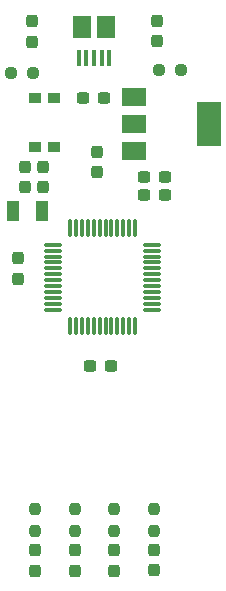
<source format=gbr>
%TF.GenerationSoftware,KiCad,Pcbnew,(6.0.0)*%
%TF.CreationDate,2022-01-23T09:41:53-05:00*%
%TF.ProjectId,Feather-SAMD21-MIC39100,46656174-6865-4722-9d53-414d4432312d,rev?*%
%TF.SameCoordinates,Original*%
%TF.FileFunction,Paste,Top*%
%TF.FilePolarity,Positive*%
%FSLAX46Y46*%
G04 Gerber Fmt 4.6, Leading zero omitted, Abs format (unit mm)*
G04 Created by KiCad (PCBNEW (6.0.0)) date 2022-01-23 09:41:53*
%MOMM*%
%LPD*%
G01*
G04 APERTURE LIST*
G04 Aperture macros list*
%AMRoundRect*
0 Rectangle with rounded corners*
0 $1 Rounding radius*
0 $2 $3 $4 $5 $6 $7 $8 $9 X,Y pos of 4 corners*
0 Add a 4 corners polygon primitive as box body*
4,1,4,$2,$3,$4,$5,$6,$7,$8,$9,$2,$3,0*
0 Add four circle primitives for the rounded corners*
1,1,$1+$1,$2,$3*
1,1,$1+$1,$4,$5*
1,1,$1+$1,$6,$7*
1,1,$1+$1,$8,$9*
0 Add four rect primitives between the rounded corners*
20,1,$1+$1,$2,$3,$4,$5,0*
20,1,$1+$1,$4,$5,$6,$7,0*
20,1,$1+$1,$6,$7,$8,$9,0*
20,1,$1+$1,$8,$9,$2,$3,0*%
G04 Aperture macros list end*
%ADD10RoundRect,0.237500X-0.237500X0.250000X-0.237500X-0.250000X0.237500X-0.250000X0.237500X0.250000X0*%
%ADD11RoundRect,0.237500X0.237500X-0.300000X0.237500X0.300000X-0.237500X0.300000X-0.237500X-0.300000X0*%
%ADD12RoundRect,0.237500X0.237500X-0.287500X0.237500X0.287500X-0.237500X0.287500X-0.237500X-0.287500X0*%
%ADD13RoundRect,0.237500X-0.237500X0.300000X-0.237500X-0.300000X0.237500X-0.300000X0.237500X0.300000X0*%
%ADD14RoundRect,0.237500X0.300000X0.237500X-0.300000X0.237500X-0.300000X-0.237500X0.300000X-0.237500X0*%
%ADD15RoundRect,0.237500X-0.300000X-0.237500X0.300000X-0.237500X0.300000X0.237500X-0.300000X0.237500X0*%
%ADD16RoundRect,0.237500X-0.237500X0.287500X-0.237500X-0.287500X0.237500X-0.287500X0.237500X0.287500X0*%
%ADD17R,1.000000X1.800000*%
%ADD18RoundRect,0.075000X-0.662500X-0.075000X0.662500X-0.075000X0.662500X0.075000X-0.662500X0.075000X0*%
%ADD19RoundRect,0.075000X-0.075000X-0.662500X0.075000X-0.662500X0.075000X0.662500X-0.075000X0.662500X0*%
%ADD20RoundRect,0.237500X0.250000X0.237500X-0.250000X0.237500X-0.250000X-0.237500X0.250000X-0.237500X0*%
%ADD21R,1.000000X0.900000*%
%ADD22R,0.400000X1.350000*%
%ADD23R,1.500000X1.900000*%
%ADD24RoundRect,0.237500X-0.250000X-0.237500X0.250000X-0.237500X0.250000X0.237500X-0.250000X0.237500X0*%
%ADD25R,2.000000X1.500000*%
%ADD26R,2.000000X3.800000*%
G04 APERTURE END LIST*
D10*
%TO.C,R7*%
X64389000Y-92407100D03*
X64389000Y-94232100D03*
%TD*%
D11*
%TO.C,C5*%
X59563000Y-63854500D03*
X59563000Y-62129500D03*
%TD*%
D12*
%TO.C,D4*%
X57717266Y-97623600D03*
X57717266Y-95873600D03*
%TD*%
%TO.C,D8*%
X54381400Y-97623600D03*
X54381400Y-95873600D03*
%TD*%
D13*
%TO.C,C1*%
X54991000Y-63399500D03*
X54991000Y-65124500D03*
%TD*%
D12*
%TO.C,D3*%
X61053132Y-97623600D03*
X61053132Y-95873600D03*
%TD*%
D14*
%TO.C,C4*%
X65327700Y-64312800D03*
X63602700Y-64312800D03*
%TD*%
D15*
%TO.C,C3*%
X58446500Y-57607200D03*
X60171500Y-57607200D03*
%TD*%
D16*
%TO.C,D13*%
X64643000Y-51042600D03*
X64643000Y-52792600D03*
%TD*%
D17*
%TO.C,Y1*%
X52471000Y-67183000D03*
X54971000Y-67183000D03*
%TD*%
D16*
%TO.C,D1*%
X54102000Y-51068000D03*
X54102000Y-52818000D03*
%TD*%
D12*
%TO.C,D7*%
X64389000Y-97598200D03*
X64389000Y-95848200D03*
%TD*%
D13*
%TO.C,C2*%
X53467000Y-63399500D03*
X53467000Y-65124500D03*
%TD*%
D10*
%TO.C,R4*%
X57717266Y-92432500D03*
X57717266Y-94257500D03*
%TD*%
D11*
%TO.C,C7*%
X52933600Y-72896900D03*
X52933600Y-71171900D03*
%TD*%
D10*
%TO.C,R3*%
X61053132Y-92432500D03*
X61053132Y-94257500D03*
%TD*%
D18*
%TO.C,U2*%
X55908500Y-70021000D03*
X55908500Y-70521000D03*
X55908500Y-71021000D03*
X55908500Y-71521000D03*
X55908500Y-72021000D03*
X55908500Y-72521000D03*
X55908500Y-73021000D03*
X55908500Y-73521000D03*
X55908500Y-74021000D03*
X55908500Y-74521000D03*
X55908500Y-75021000D03*
X55908500Y-75521000D03*
D19*
X57321000Y-76933500D03*
X57821000Y-76933500D03*
X58321000Y-76933500D03*
X58821000Y-76933500D03*
X59321000Y-76933500D03*
X59821000Y-76933500D03*
X60321000Y-76933500D03*
X60821000Y-76933500D03*
X61321000Y-76933500D03*
X61821000Y-76933500D03*
X62321000Y-76933500D03*
X62821000Y-76933500D03*
D18*
X64233500Y-75521000D03*
X64233500Y-75021000D03*
X64233500Y-74521000D03*
X64233500Y-74021000D03*
X64233500Y-73521000D03*
X64233500Y-73021000D03*
X64233500Y-72521000D03*
X64233500Y-72021000D03*
X64233500Y-71521000D03*
X64233500Y-71021000D03*
X64233500Y-70521000D03*
X64233500Y-70021000D03*
D19*
X62821000Y-68608500D03*
X62321000Y-68608500D03*
X61821000Y-68608500D03*
X61321000Y-68608500D03*
X60821000Y-68608500D03*
X60321000Y-68608500D03*
X59821000Y-68608500D03*
X59321000Y-68608500D03*
X58821000Y-68608500D03*
X58321000Y-68608500D03*
X57821000Y-68608500D03*
X57321000Y-68608500D03*
%TD*%
D14*
%TO.C,C8*%
X60755700Y-80289400D03*
X59030700Y-80289400D03*
%TD*%
D10*
%TO.C,R8*%
X54381400Y-92432500D03*
X54381400Y-94257500D03*
%TD*%
D20*
%TO.C,R13*%
X66698500Y-55245000D03*
X64873500Y-55245000D03*
%TD*%
D21*
%TO.C,SW1*%
X54318000Y-61740000D03*
X54318000Y-57640000D03*
X55918000Y-57640000D03*
X55918000Y-61740000D03*
%TD*%
D22*
%TO.C,J1*%
X60628500Y-54249500D03*
X59978500Y-54249500D03*
X59328500Y-54249500D03*
X58678500Y-54249500D03*
X58028500Y-54249500D03*
D23*
X60328500Y-51549500D03*
X58328500Y-51549500D03*
%TD*%
D24*
%TO.C,R1*%
X52325900Y-55448200D03*
X54150900Y-55448200D03*
%TD*%
D25*
%TO.C,U1*%
X62763000Y-57517000D03*
X62763000Y-59817000D03*
X62763000Y-62117000D03*
D26*
X69063000Y-59817000D03*
%TD*%
D14*
%TO.C,C6*%
X65326600Y-65836800D03*
X63601600Y-65836800D03*
%TD*%
M02*

</source>
